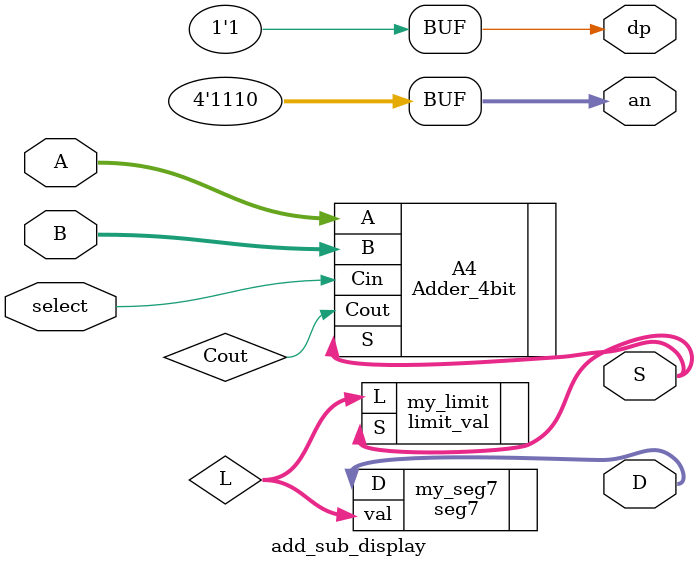
<source format=sv>
`timescale 1ns / 1ps



module add_sub_display(
	input [3:0] A,
	input [3:0] B,
	input select,
	output [5:0] S,
	output [6:0] D,
	output [3:0] an,
	output dp
	);

	// local signals
	logic  Cout;
    logic [3:0] L;
	// instantiate lower-level modules
	//is actually a 6 bit adder
	Adder_4bit A4(
	.A(A),
	.B(B),
	.Cin(select), //if select is high, it is also the Cin which completes
	               //the two's compliment conversion process
	.S(S),
	.Cout(Cout)
	);
	
	
	// instantiate module to limit values
	limit_val my_limit( .S(S), .L(L) );


	// instantiate module to drive 7-segment display
	//   (L) is a local signal
	//   .S  is a signal in the called module
	seg7 my_seg7( .val(L), .D(D) );
	
	// use digit 0 only. active low
	assign an = 4'b1110;
	
	// decimal point off
	assign dp = 1'b1;

endmodule


</source>
